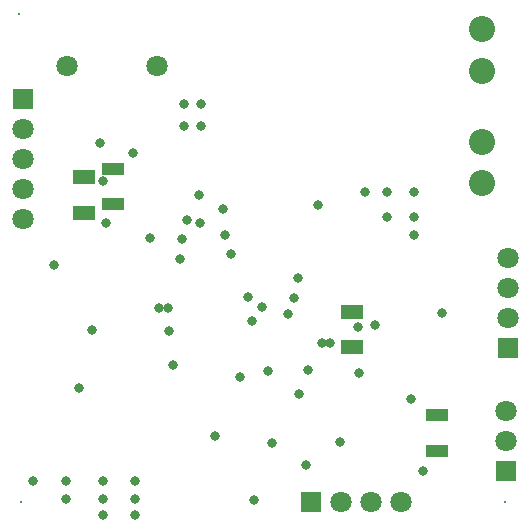
<source format=gbs>
G04*
G04 #@! TF.GenerationSoftware,Altium Limited,Altium Designer,20.2.7 (254)*
G04*
G04 Layer_Color=16711935*
%FSLAX44Y44*%
%MOMM*%
G71*
G04*
G04 #@! TF.SameCoordinates,BAD59D02-7682-4231-AD5D-2D7AA58F7FA9*
G04*
G04*
G04 #@! TF.FilePolarity,Negative*
G04*
G01*
G75*
%ADD42R,1.9000X1.2500*%
%ADD43R,1.9000X1.1000*%
%ADD51C,1.8000*%
%ADD52R,0.2032X0.2032*%
%ADD53R,1.8000X1.8000*%
%ADD54R,1.8000X1.8000*%
%ADD55C,2.2032*%
%ADD56C,0.8032*%
D42*
X303000Y151250D02*
D03*
Y181250D02*
D03*
X76750Y265250D02*
D03*
Y295250D02*
D03*
D43*
X375392Y63788D02*
D03*
Y93788D02*
D03*
X101358Y302712D02*
D03*
Y272712D02*
D03*
D51*
X138000Y389500D02*
D03*
X62000D02*
D03*
X25000Y311200D02*
D03*
Y336600D02*
D03*
Y285800D02*
D03*
Y260400D02*
D03*
X344800Y20750D02*
D03*
X294000D02*
D03*
X319400D02*
D03*
X434000Y97500D02*
D03*
Y72100D02*
D03*
X435000Y201900D02*
D03*
Y176500D02*
D03*
Y227300D02*
D03*
D52*
X433000Y20000D02*
D03*
X22750D02*
D03*
X21000Y433500D02*
D03*
D53*
X25000Y362000D02*
D03*
X434000Y46700D02*
D03*
X435000Y151100D02*
D03*
D54*
X268600Y20750D02*
D03*
D55*
X413500Y385500D02*
D03*
Y420500D02*
D03*
Y290500D02*
D03*
Y325500D02*
D03*
D56*
X174498Y256286D02*
D03*
X235712Y70358D02*
D03*
X322580Y170180D02*
D03*
X308610Y168910D02*
D03*
X157480Y226060D02*
D03*
X132174Y243969D02*
D03*
X163830Y259080D02*
D03*
X95000Y256500D02*
D03*
X159500Y243500D02*
D03*
X140000Y185000D02*
D03*
X200460Y230750D02*
D03*
X284504Y155219D02*
D03*
X277838D02*
D03*
X195500Y246500D02*
D03*
X173821Y279999D02*
D03*
X72500Y117250D02*
D03*
X83500Y165750D02*
D03*
X50905Y221422D02*
D03*
X92750Y292172D02*
D03*
X160750Y339000D02*
D03*
Y357750D02*
D03*
X175500Y339000D02*
D03*
Y357750D02*
D03*
X293250Y71250D02*
D03*
X220750Y22000D02*
D03*
X264500Y51750D02*
D03*
X187500Y76500D02*
D03*
X152000Y136000D02*
D03*
X355750Y246500D02*
D03*
Y261500D02*
D03*
Y282500D02*
D03*
X333250D02*
D03*
X314000D02*
D03*
X379250Y180500D02*
D03*
X333250Y261500D02*
D03*
X147500Y185000D02*
D03*
X309000Y130000D02*
D03*
X118250Y315750D02*
D03*
X119750Y9750D02*
D03*
X92250D02*
D03*
X119750Y22750D02*
D03*
X92250D02*
D03*
X61000D02*
D03*
X119750Y38250D02*
D03*
X92250D02*
D03*
X61000D02*
D03*
X33000D02*
D03*
X194333Y268623D02*
D03*
X90000Y324250D02*
D03*
X227250Y185750D02*
D03*
X257500Y210250D02*
D03*
X219000Y173500D02*
D03*
X215603Y194147D02*
D03*
X148250Y165250D02*
D03*
X353210Y107594D02*
D03*
X363500Y46500D02*
D03*
X208250Y126080D02*
D03*
X274500Y272250D02*
D03*
X248750Y180000D02*
D03*
X254250Y193500D02*
D03*
X266000Y132000D02*
D03*
X232166Y131166D02*
D03*
X258500Y112250D02*
D03*
M02*

</source>
